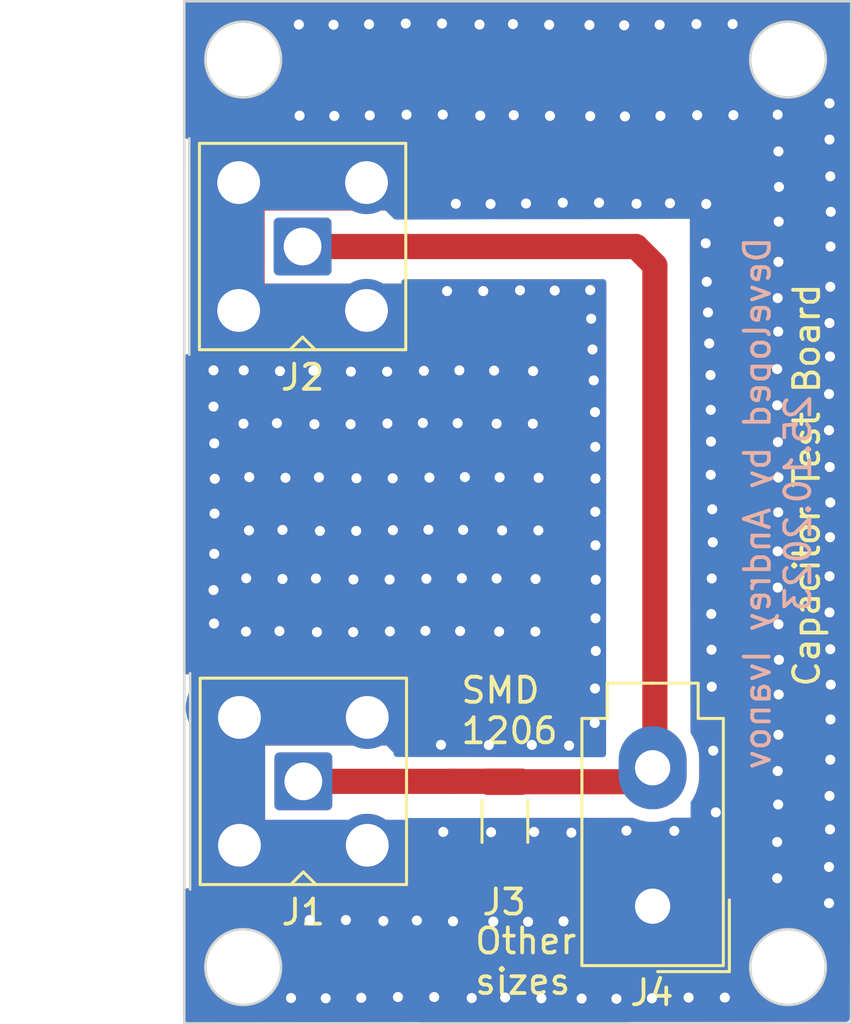
<source format=kicad_pcb>
(kicad_pcb (version 20221018) (generator pcbnew)
  (layers (0 "F.Cu" signal) (31 "B.Cu" signal) (34 "B.Paste" user) (35 "F.Paste" user) (36 "B.SilkS" user "B.Silkscreen") (37 "F.SilkS" user "F.Silkscreen") (38 "B.Mask" user) (39 "F.Mask" user) (44 "Edge.Cuts" user))
  (net 0 "")
  (net 1 "Net-(J1-Pin_1)")
  (net 2 "GND")
  (footprint "Connector_Coaxial:SMA_Amphenol_901-143_Horizontal" (layer "F.Cu") (at 117.62 68.43 90)
    (fp_text reference "J2" (at -5.2 0) (layer "F.SilkS"))
    (fp_text value "Conn_01x02_Pin")
    (fp_line (start -4.1 -4.1) (end -4.1 4.1) (stroke (width 0.12)) (layer "F.SilkS"))
    (fp_line (start -4.1 -4.1) (end 4.1 -4.1) (stroke (width 0.12)) (layer "F.SilkS"))
    (fp_line (start -4.1 0.5) (end -3.6 0) (stroke (width 0.12)) (layer "F.SilkS"))
    (fp_line (start -4.1 4.1) (end 4.1 4.1) (stroke (width 0.12)) (layer "F.SilkS"))
    (fp_line (start -3.6 0) (end -4.1 -0.5) (stroke (width 0.12)) (layer "F.SilkS"))
    (fp_line (start 4.1 -4.1) (end 4.1 4.1) (stroke (width 0.12)) (layer "F.SilkS"))
    (fp_line (start 4.3 -4.5) (end -4.3 -4.5) (stroke (width 0.1)) (layer "Edge.Cuts"))
    (pad "1" thru_hole roundrect (at 0 0 90) (size 2.3 2.3) (drill 1.5) (layers "*.Cu" "*.Mask") (roundrect_rratio 0.087) (net 1 "Net-(J1-Pin_1)"))
    (pad "2" thru_hole circle (at -2.54 -2.54 90) (size 2.5 2.5) (drill 1.7) (layers "*.Cu" "*.Mask") (net 2 "GND"))
    (pad "2" thru_hole circle (at -2.54 2.54 90) (size 2.5 2.5) (drill 1.7) (layers "*.Cu" "*.Mask") (net 2 "GND"))
    (pad "2" thru_hole circle (at 2.54 -2.54 90) (size 2.5 2.5) (drill 1.7) (layers "*.Cu" "*.Mask") (net 2 "GND"))
    (pad "2" thru_hole circle (at 2.54 2.54 90) (size 2.5 2.5) (drill 1.7) (layers "*.Cu" "*.Mask") (net 2 "GND"))
  )
  (footprint "Connector_Coaxial:SMA_Amphenol_901-143_Horizontal" (layer "F.Cu") (at 117.65 89.68 90)
    (fp_text reference "J1" (at -5.2 0) (layer "F.SilkS"))
    (fp_text value "Conn_01x02_Pin")
    (fp_line (start -4.1 -4.1) (end -4.1 4.1) (stroke (width 0.12)) (layer "F.SilkS"))
    (fp_line (start -4.1 -4.1) (end 4.1 -4.1) (stroke (width 0.12)) (layer "F.SilkS"))
    (fp_line (start -4.1 0.5) (end -3.6 0) (stroke (width 0.12)) (layer "F.SilkS"))
    (fp_line (start -4.1 4.1) (end 4.1 4.1) (stroke (width 0.12)) (layer "F.SilkS"))
    (fp_line (start -3.6 0) (end -4.1 -0.5) (stroke (width 0.12)) (layer "F.SilkS"))
    (fp_line (start 4.1 -4.1) (end 4.1 4.1) (stroke (width 0.12)) (layer "F.SilkS"))
    (fp_line (start 4.3 -4.5) (end -4.3 -4.5) (stroke (width 0.1)) (layer "Edge.Cuts"))
    (pad "1" thru_hole roundrect (at 0 0 90) (size 2.3 2.3) (drill 1.5) (layers "*.Cu" "*.Mask") (roundrect_rratio 0.087) (net 1 "Net-(J1-Pin_1)"))
    (pad "2" thru_hole circle (at -2.54 -2.54 90) (size 2.5 2.5) (drill 1.7) (layers "*.Cu" "*.Mask") (net 2 "GND"))
    (pad "2" thru_hole circle (at -2.54 2.54 90) (size 2.5 2.5) (drill 1.7) (layers "*.Cu" "*.Mask") (net 2 "GND"))
    (pad "2" thru_hole circle (at 2.54 -2.54 90) (size 2.5 2.5) (drill 1.7) (layers "*.Cu" "*.Mask") (net 2 "GND"))
    (pad "2" thru_hole circle (at 2.54 2.54 90) (size 2.5 2.5) (drill 1.7) (layers "*.Cu" "*.Mask") (net 2 "GND"))
  )
  (footprint "Connector_Molex:Molex_Mini-Fit_Jr_5566-02A_2x01_P4.20mm_Vertical" (layer "F.Cu") (at 131.53 94.64 180)
    (fp_text reference "J4" (at 0.03 -3.44) (layer "F.SilkS"))
    (fp_text value "Conn_01x02_Pin")
    (fp_line (start -3.05 -2.6) (end -3.05 0.25) (stroke (width 0.12)) (layer "F.SilkS"))
    (fp_line (start -2.81 -2.36) (end -2.81 7.46) (stroke (width 0.12)) (layer "F.SilkS"))
    (fp_line (start -2.81 7.46) (end -1.81 7.46) (stroke (width 0.12)) (layer "F.SilkS"))
    (fp_line (start -1.81 7.46) (end -1.81 8.86) (stroke (width 0.12)) (layer "F.SilkS"))
    (fp_line (start -1.81 8.86) (end 0 8.86) (stroke (width 0.12)) (layer "F.SilkS"))
    (fp_line (start -0.2 -2.6) (end -3.05 -2.6) (stroke (width 0.12)) (layer "F.SilkS"))
    (fp_line (start 0 -2.36) (end -2.81 -2.36) (stroke (width 0.12)) (layer "F.SilkS"))
    (fp_line (start 0 -2.36) (end 2.81 -2.36) (stroke (width 0.12)) (layer "F.SilkS"))
    (fp_line (start 1.81 7.46) (end 1.81 8.86) (stroke (width 0.12)) (layer "F.SilkS"))
    (fp_line (start 1.81 8.86) (end 0 8.86) (stroke (width 0.12)) (layer "F.SilkS"))
    (fp_line (start 2.81 -2.36) (end 2.81 7.46) (stroke (width 0.12)) (layer "F.SilkS"))
    (fp_line (start 2.81 7.46) (end 1.81 7.46) (stroke (width 0.12)) (layer "F.SilkS"))
    (pad "1" thru_hole roundrect (at 0 0 180) (size 2.7 3.3) (drill 1.4) (layers "*.Cu" "*.Mask") (roundrect_rratio 0.09259296296) (net 2 "GND"))
    (pad "2" thru_hole oval (at 0 5.5 180) (size 2.7 3.3) (drill 1.4) (layers "*.Cu" "*.Mask") (net 1 "Net-(J1-Pin_1)"))
  )
  (footprint "Inductor_SMD:L_1206_3216Metric" (layer "F.Cu") (at 125.66 91.27 90)
    (fp_text reference "J3" (at -3.21 -0.03) (layer "F.SilkS"))
    (fp_text value "Conn_01x02_Pin")
    (fp_line (start -0.835242 -0.91) (end 0.835242 -0.91) (stroke (width 0.12)) (layer "F.SilkS"))
    (fp_line (start -0.835242 0.91) (end 0.835242 0.91) (stroke (width 0.12)) (layer "F.SilkS"))
    (pad "1" smd roundrect (at -1.575 0 90) (size 1.05 1.9) (layers "F.Cu" "F.Paste" "F.Mask") (roundrect_rratio 0.2380952381) (net 2 "GND"))
    (pad "2" smd roundrect (at 1.575 0 90) (size 1.05 1.9) (layers "F.Cu" "F.Paste" "F.Mask") (roundrect_rratio 0.2380952381) (net 1 "Net-(J1-Pin_1)"))
  )
  (gr_circle (center 115.26 97.06) (end 116.54 97.85) (stroke (width 0.1)) (fill none) (layer "Edge.Cuts"))
  (gr_circle (center 136.91 97.06) (end 138.19 97.85) (stroke (width 0.1)) (fill none) (layer "Edge.Cuts"))
  (gr_circle (center 136.91 61) (end 138.19 61.79) (stroke (width 0.1)) (fill none) (layer "Edge.Cuts"))
  (gr_rect (start 112.92 60.605) (end 112.92 95.675) (stroke (width 0.1)) (fill none) (layer "Edge.Cuts"))
  (gr_circle (center 115.26 61) (end 116.54 61.79) (stroke (width 0.1)) (fill none) (layer "Edge.Cuts"))
  (gr_rect (start 112.92 58.685) (end 139.42 99.295) (stroke (width 0.1)) (fill none) (layer "Edge.Cuts"))
  (gr_text "Developed by Andrey Ivanov\n25.10.2023" (at 137.89 78.63 90) (layer "B.SilkS") (effects (font (size 1 1)) (justify bottom mirror)))
  (gr_text "Other \nsizes" (at 124.39 98.22) (layer "F.SilkS") (effects (font (size 1 1)) (justify left bottom)))
  (gr_text "Capacitor Test Board" (at 138.24 86.01 90) (layer "F.SilkS") (effects (font (size 1 1)) (justify left bottom)))
  (gr_text "SMD \n1206" (at 123.84 88.26) (layer "F.SilkS") (effects (font (size 1 1)) (justify left bottom)))
  (segment (start 123.47 89.68) (end 117.65 89.68) (width 1) (layer "F.Cu") (net 1))
  (segment (start 131.615 89.695) (end 131.62 89.69) (width 1) (layer "F.Cu") (net 1))
  (segment (start 131.62 89.69) (end 131.62 69.18) (width 1) (layer "F.Cu") (net 1))
  (segment (start 125.66 89.695) (end 131.615 89.695) (width 1) (layer "F.Cu") (net 1))
  (segment (start 126.21 89.68) (end 123.47 89.68) (width 1) (layer "F.Cu") (net 1))
  (segment (start 123.47 89.68) (end 125.645 89.68) (width 1) (layer "F.Cu") (net 1))
  (segment (start 130.87 68.43) (end 117.62 68.43) (width 1) (layer "F.Cu") (net 1))
  (segment (start 131.62 69.18) (end 130.87 68.43) (width 1) (layer "F.Cu") (net 1))
  (segment (start 125.645 89.68) (end 125.66 89.695) (width 1) (layer "F.Cu") (net 1))
  (segment (start 114.53 92.82) (end 114.47 92.88) (width 2) (layer "F.Cu") (net 2))
  (segment (start 115.47 65.5) (end 115.08 65.89) (width 3) (layer "F.Cu") (net 2))
  (segment (start 115.11 87.14) (end 120.19 87.14) (width 0.25) (layer "F.Cu") (net 2))
  (segment (start 122 86.76) (end 122.31 86.76) (width 3) (layer "F.Cu") (net 2))
  (segment (start 121.58 65.5) (end 115.47 65.5) (width 3) (layer "F.Cu") (net 2))
  (segment (start 115.08 65.89) (end 115.08 70.97) (width 0.25) (layer "F.Cu") (net 2))
  (segment (start 121.76 71.4) (end 114.62 71.4) (width 3) (layer "F.Cu") (net 2))
  (segment (start 115.11 92.22) (end 120.19 92.22) (width 0.25) (layer "F.Cu") (net 2))
  (segment (start 115.11 71) (end 115.08 70.97) (width 0.25) (layer "F.Cu") (net 2))
  (segment (start 115.11 87.14) (end 115.11 92.22) (width 0.25) (layer "F.Cu") (net 2))
  (segment (start 133.32 93.88) (end 131.93 95.27) (width 1) (layer "F.Cu") (net 2))
  (segment (start 115.08 70.97) (end 120.16 70.97) (width 0.25) (layer "F.Cu") (net 2))
  (segment (start 122.64 95.26) (end 130.125 95.26) (width 8) (layer "F.Cu") (net 2))
  (segment (start 124.63 92.71) (end 114.83 92.71) (width 3) (layer "F.Cu") (net 2))
  (segment (start 127.18 95.26) (end 124.63 92.71) (width 3) (layer "F.Cu") (net 2))
  (segment (start 115.11 87.14) (end 115.11 71) (width 0.25) (layer "F.Cu") (net 2))
  (segment (start 122.31 86.76) (end 114.86 86.76) (width 3) (layer "F.Cu") (net 2))
  (segment (start 114.61 64.695) (end 114.61 82.165) (width 3) (layer "F.Cu") (net 2))
  (segment (start 115.08 65.89) (end 120.16 65.89) (width 0.25) (layer "F.Cu") (net 2))
  (segment (start 114.63 75.18) (end 114.63 92.65) (width 3) (layer "F.Cu") (net 2))
  (segment (start 114.86 86.76) (end 114.8 86.82) (width 2) (layer "F.Cu") (net 2))
  (via (at 133.87 84.45) (size 0.8) (drill 0.4) (layers "F.Cu" "B.Cu") (net 2))
  (via (at 116.7 83.71) (size 0.8) (drill 0.4) (layers "F.Cu" "B.Cu") (net 2))
  (via (at 129.05 70.16) (size 0.8) (drill 0.4) (layers "F.Cu" "B.Cu") (net 2))
  (via (at 124.34 98.29) (size 0.8) (drill 0.4) (layers "F.Cu" "B.Cu") (net 2))
  (via (at 126.5 66.72) (size 0.8) (drill 0.4) (layers "F.Cu" "B.Cu") (net 2))
  (via (at 129.26 83.2) (size 0.8) (drill 0.4) (layers "F.Cu" "B.Cu") (net 2))
  (via (at 136.48 92.09) (size 0.8) (drill 0.4) (layers "F.Cu" "B.Cu") (net 2))
  (via (at 119.63 83.75) (size 0.8) (drill 0.4) (layers "F.Cu" "B.Cu") (net 2))
  (via (at 123.95 81.61) (size 0.8) (drill 0.4) (layers "F.Cu" "B.Cu") (net 2))
  (via (at 122.62 79.68) (size 0.8) (drill 0.4) (layers "F.Cu" "B.Cu") (net 2))
  (via (at 136.48 93.53) (size 0.8) (drill 0.4) (layers "F.Cu" "B.Cu") (net 2))
  (via (at 116.94 77.62) (size 0.8) (drill 0.4) (layers "F.Cu" "B.Cu") (net 2))
  (via (at 119.34 95.19) (size 0.8) (drill 0.4) (layers "F.Cu" "B.Cu") (net 2))
  (via (at 133.78 72.28) (size 0.8) (drill 0.4) (layers "F.Cu" "B.Cu") (net 2))
  (via (at 138.57 77.19) (size 0.8) (drill 0.4) (layers "F.Cu" "B.Cu") (net 2))
  (via (at 114.12 79.04) (size 0.8) (drill 0.4) (layers "F.Cu" "B.Cu") (net 2))
  (via (at 125.98 59.59) (size 0.8) (drill 0.4) (layers "F.Cu" "B.Cu") (net 2))
  (via (at 115.28 73.35) (size 0.8) (drill 0.4) (layers "F.Cu" "B.Cu") (net 2))
  (via (at 132.39 91.65) (size 0.8) (drill 0.4) (layers "F.Cu" "B.Cu") (net 2))
  (via (at 136.5 81.98) (size 0.8) (drill 0.4) (layers "F.Cu" "B.Cu") (net 2))
  (via (at 125.02 88.24) (size 0.8) (drill 0.4) (layers "F.Cu" "B.Cu") (net 2))
  (via (at 123.71 66.73) (size 0.8) (drill 0.4) (layers "F.Cu" "B.Cu") (net 2))
  (via (at 127.11 98.3) (size 0.8) (drill 0.4) (layers "F.Cu" "B.Cu") (net 2))
  (via (at 125.33 75.47) (size 0.8) (drill 0.4) (layers "F.Cu" "B.Cu") (net 2))
  (via (at 133.73 71.05) (size 0.8) (drill 0.4) (layers "F.Cu" "B.Cu") (net 2))
  (via (at 126.99 79.71) (size 0.8) (drill 0.4) (layers "F.Cu" "B.Cu") (net 2))
  (via (at 129.24 75.01) (size 0.8) (drill 0.4) (layers "F.Cu" "B.Cu") (net 2))
  (via (at 123.85 73.35) (size 0.8) (drill 0.4) (layers "F.Cu" "B.Cu") (net 2))
  (via (at 127.96 66.69) (size 0.8) (drill 0.4) (layers "F.Cu" "B.Cu") (net 2))
  (via (at 136.48 73.3) (size 0.8) (drill 0.4) (layers "F.Cu" "B.Cu") (net 2))
  (via (at 136.53 77.61) (size 0.8) (drill 0.4) (layers "F.Cu" "B.Cu") (net 2))
  (via (at 118.54 98.3) (size 0.8) (drill 0.4) (layers "F.Cu" "B.Cu") (net 2))
  (via (at 124.68 63.23) (size 0.8) (drill 0.4) (layers "F.Cu" "B.Cu") (net 2))
  (via (at 122.4 75.44) (size 0.8) (drill 0.4) (layers "F.Cu" "B.Cu") (net 2))
  (via (at 126.26 70.17) (size 0.8) (drill 0.4) (layers "F.Cu" "B.Cu") (net 2))
  (via (at 136.55 84.85) (size 0.8) (drill 0.4) (layers "F.Cu" "B.Cu") (net 2))
  (via (at 129.02 59.63) (size 0.8) (drill 0.4) (layers "F.Cu" "B.Cu") (net 2))
  (via (at 115.38 81.61) (size 0.8) (drill 0.4) (layers "F.Cu" "B.Cu") (net 2))
  (via (at 120.29 63.22) (size 0.8) (drill 0.4) (layers "F.Cu" "B.Cu") (net 2))
  (via (at 122.66 77.61) (size 0.8) (drill 0.4) (layers "F.Cu" "B.Cu") (net 2))
  (via (at 114.11 76.25) (size 0.8) (drill 0.4) (layers "F.Cu" "B.Cu") (net 2))
  (via (at 133.27 59.59) (size 0.8) (drill 0.4) (layers "F.Cu" "B.Cu") (net 2))
  (via (at 127.99 95.24) (size 0.8) (drill 0.4) (layers "F.Cu" "B.Cu") (net 2))
  (via (at 125.09 66.74) (size 0.8) (drill 0.4) (layers "F.Cu" "B.Cu") (net 2))
  (via (at 126.87 83.73) (size 0.8) (drill 0.4) (layers "F.Cu" "B.Cu") (net 2))
  (via (at 138.54 74.29) (size 0.8) (drill 0.4) (layers "F.Cu" "B.Cu") (net 2))
  (via (at 132.96 98.27) (size 0.8) (drill 0.4) (layers "F.Cu" "B.Cu") (net 2))
  (via (at 114.08 74.79) (size 0.8) (drill 0.4) (layers "F.Cu" "B.Cu") (net 2))
  (via (at 138.59 65.64) (size 0.8) (drill 0.4) (layers "F.Cu" "B.Cu") (net 2))
  (via (at 121.41 98.25) (size 0.8) (drill 0.4) (layers "F.Cu" "B.Cu") (net 2))
  (via (at 133.3 63.21) (size 0.8) (drill 0.4) (layers "F.Cu" "B.Cu") (net 2))
  (via (at 138.6 87.22) (size 0.8) (drill 0.4) (layers "F.Cu" "B.Cu") (net 2))
  (via (at 123.78 75.45) (size 0.8) (drill 0.4) (layers "F.Cu" "B.Cu") (net 2))
  (via (at 133.84 77.5) (size 0.8) (drill 0.4) (layers "F.Cu" "B.Cu") (net 2))
  (via (at 130.43 63.26) (size 0.8) (drill 0.4) (layers "F.Cu" "B.Cu") (net 2))
  (via (at 133.83 73.54) (size 0.8) (drill 0.4) (layers "F.Cu" "B.Cu") (net 2))
  (via (at 133.86 83.03) (size 0.8) (drill 0.4) (layers "F.Cu" "B.Cu") (net 2))
  (via (at 125.33 81.62) (size 0.8) (drill 0.4) (layers "F.Cu" "B.Cu") (net 2))
  (via (at 133.85 76.18) (size 0.8) (drill 0.4) (layers "F.Cu" "B.Cu") (net 2))
  (via (at 136.5 63.19) (size 0.8) (drill 0.4) (layers "F.Cu" "B.Cu") (net 2))
  (via (at 120.99 75.46) (size 0.8) (drill 0.4) (layers "F.Cu" "B.Cu") (net 2))
  (via (at 118.85 59.62) (size 0.8) (drill 0.4) (layers "F.Cu" "B.Cu") (net 2))
  (via (at 119.95 98.28) (size 0.8) (drill 0.4) (layers "F.Cu" "B.Cu") (net 2))
  (via (at 116.6 75.45) (size 0.8) (drill 0.4) (layers "F.Cu" "B.Cu") (net 2))
  (via (at 115.37 83.73) (size 0.8) (drill 0.4) (layers "F.Cu" "B.Cu") (net 2))
  (via (at 126.01 63.21) (size 0.8) (drill 0.4) (layers "F.Cu" "B.Cu") (net 2))
  (via (at 115.5 77.59) (size 0.8) (drill 0.4) (layers "F.Cu" "B.Cu") (net 2))
  (via (at 136.53 87.83) (size 0.8) (drill 0.4) (layers "F.Cu" "B.Cu") (net 2))
  (via (at 127.45 63.24) (size 0.8) (drill 0.4) (layers "F.Cu" "B.Cu") (net 2))
  (via (at 134.04 90.91) (size 0.8) (drill 0.4) (layers "F.Cu" "B.Cu") (net 2))
  (via (at 119.76 77.64) (size 0.8) (drill 0.4) (layers "F.Cu" "B.Cu") (net 2))
  (via (at 125.2 95.25) (size 0.8) (drill 0.4) (layers "F.Cu" "B.Cu") (net 2))
  (via (at 138.61 67.05) (size 0.8) (drill 0.4) (layers "F.Cu" "B.Cu") (net 2))
  (via (at 130.09 98.32) (size 0.8) (drill 0.4) (layers "F.Cu" "B.Cu") (net 2))
  (via (at 120.98 73.4) (size 0.8) (drill 0.4) (layers "F.Cu" "B.Cu") (net 2))
  (via (at 117.16 98.29) (size 0.8) (drill 0.4) (layers "F.Cu" "B.Cu") (net 2))
  (via (at 121.21 79.7) (size 0.8) (drill 0.4) (layers "F.Cu" "B.Cu") (net 2))
  (via (at 120.26 59.6) (size 0.8) (drill 0.4) (layers "F.Cu" "B.Cu") (net 2))
  (via (at 132.22 66.71) (size 0.8) (drill 0.4) (layers "F.Cu" "B.Cu") (net 2))
  (via (at 124.07 77.59) (size 0.8) (drill 0.4) (layers "F.Cu" "B.Cu") (net 2))
  (via (at 123.19 63.19) (size 0.8) (drill 0.4) (layers "F.Cu" "B.Cu") (net 2))
  (via (at 136.52 90.6) (size 0.8) (drill 0.4) (layers "F.Cu" "B.Cu") (net 2))
  (via (at 123.21 91.69) (size 0.8) (drill 0.4) (layers "F.Cu" "B.Cu") (net 2))
  (via (at 138.58 91.59) (size 0.8) (drill 0.4) (layers "F.Cu" "B.Cu") (net 2))
  (via (at 138.54 75.73) (size 0.8) (drill 0.4) (layers "F.Cu" "B.Cu") (net 2))
  (via (at 123.12 88.23) (size 0.8) (drill 0.4) (layers "F.Cu" "B.Cu") (net 2))
  (via (at 136.54 67.44) (size 0.8) (drill 0.4) (layers "F.Cu" "B.Cu") (net 2))
  (via (at 134.71 59.59) (size 0.8) (drill 0.4) (layers "F.Cu" "B.Cu") (net 2))
  (via (at 133.94 88.46) (size 0.8) (drill 0.4) (layers "F.Cu" "B.Cu") (net 2))
  (via (at 117.47 59.61) (size 0.8) (drill 0.4) (layers "F.Cu" "B.Cu") (net 2))
  (via (at 118.19 83.75) (size 0.8) (drill 0.4) (layers "F.Cu" "B.Cu") (net 2))
  (via (at 131.84 63.24) (size 0.8) (drill 0.4) (layers "F.Cu" "B.Cu") (net 2))
  (via (at 136.53 69.04) (size 0.8) (drill 0.4) (layers "F.Cu" "B.Cu") (net 2))
  (via (at 115.49 79.71) (size 0.8) (drill 0.4) (layers "F.Cu" "B.Cu") (net 2))
  (via (at 133.66 66.74) (size 0.8) (drill 0.4) (layers "F.Cu" "B.Cu") (net 2))
  (via (at 129.26 77.65) (size 0.8) (drill 0.4) (layers "F.Cu" "B.Cu") (net 2))
  (via (at 122.44 73.37) (size 0.8) (drill 0.4) (layers "F.Cu" "B.Cu") (net 2))
  (via (at 133.9 78.87) (size 0.8) (drill 0.4) (layers "F.Cu" "B.Cu") (net 2))
  (via (at 114.08 73.35) (size 0.8) (drill 0.4) (layers "F.Cu" "B.Cu") (net 2))
  (via (at 118.27 77.6) (size 0.8) (drill 0.4) (layers "F.Cu" "B.Cu") (net 2))
  (via (at 138.54 94.52) (size 0.8) (drill 0.4) (layers "F.Cu" "B.Cu") (net 2))
  (via (at 120.83 95.23) (size 0.8) (drill 0.4) (layers "F.Cu" "B.Cu") (net 2))
  (via (at 134.74 63.21) (size 0.8) (drill 0.4) (layers "F.Cu" "B.Cu") (net 2))
  (via (at 129.25 76.39) (size 0.8) (drill 0.4) (layers "F.Cu" "B.Cu") (net 2))
  (via (at 133.84 74.92) (size 0.8) (drill 0.4) (layers "F.Cu" "B.Cu") (net 2))
  (via (at 122.54 81.63) (size 0.8) (drill 0.4) (layers "F.Cu" "B.Cu") (net 2))
  (via (at 125.55 79.71) (size 0.8) (drill 0.4) (layers "F.Cu" "B.Cu") (net 2))
  (via (at 136.54 86.23) (size 0.8) (drill 0.4) (layers "F.Cu" "B.Cu") (net 2))
  (via (at 133.92 80.18) (size 0.8) (drill 0.4) (layers "F.Cu" "B.Cu") (net 2))
  (via (at 136.52 71.81) (size 0.8) (drill 0.4) (layers "F.Cu" "B.Cu") (net 2))
  (via (at 123.88 83.71) (size 0.8) (drill 0.4) (layers "F.Cu" "B.Cu") (net 2))
  (via (at 133.64 68.3) (size 0.8) (drill 0.4) (layers "F.Cu" "B.Cu") (net 2))
  (via (at 124 79.69) (size 0.8) (drill 0.4) (layers "F.Cu" "B.Cu") (net 2))
  (via (at 121.08 81.66) (size 0.8) (drill 0.4) (layers "F.Cu" "B.Cu") (net 2))
  (via (at 123.6 95.24) (size 0.8) (drill 0.4) (layers "F.Cu" "B.Cu") (net 2))
  (via (at 118.05 73.36) (size 0.8) (drill 0.4) (layers "F.Cu" "B.Cu") (net 2))
  (via (at 138.61 85.84) (size 0.8) (drill 0.4) (layers "F.Cu" "B.Cu") (net 2))
  (via (at 138.56 71.47) (size 0.8) (drill 0.4) (layers "F.Cu" "B.Cu") (net 2))
  (via (at 119.53 75.49) (size 0.8) (drill 0.4) (layers "F.Cu" "B.Cu") (net 2))
  (via (at 136.53 83.44) (size 0.8) (drill 0.4) (layers "F.Cu" "B.Cu") (net 2))
  (via (at 138.56 81.53) (size 0.8) (drill 0.4) (layers "F.Cu" "B.Cu") (net 2))
  (via (at 118.31 79.73) (size 0.8) (drill 0.4) (layers "F.Cu" "B.Cu") (net 2))
  (via (at 138.59 88.82) (size 0.8) (drill 0.4) (layers "F.Cu" "B.Cu") (net 2))
  (via (at 126.77 75.47) (size 0.8) (drill 0.4) (layers "F.Cu" "B.Cu") (net 2))
  (via (at 129.19 73.75) (size 0.8) (drill 0.4) (layers "F.Cu" "B.Cu") (net 2))
  (via (at 129.09 71.3) (size 0.8) (drill 0.4) (layers "F.Cu" "B.Cu") (net 2))
  (via (at 129.14 72.52) (size 0.8) (drill 0.4) (layers "F.Cu" "B.Cu") (net 2))
  (via (at 114.1 83.41) (size 0.8) (drill 0.4) (layers "F.Cu" "B.Cu") (net 2))
  (via (at 130.4 59.64) (size 0.8) (drill 0.4) (layers "F.Cu" "B.Cu") (net 2))
  (via (at 138.59 84.43) (size 0.8) (drill 0.4) (layers "F.Cu" "B.Cu") (net 2))
  (via (at 136.48 74.74) (size 0.8) (drill 0.4) (layers "F.Cu" "B.Cu") (net 2))
  (via (at 117.5 63.23) (size 0.8) (drill 0.4) (layers "F.Cu" "B.Cu") (net 2))
  (via (at 138.59 78.6) (size 0.8) (drill 0.4) (layers "F.Cu" "B.Cu") (net 2))
  (via (at 138.58 72.8) (size 0.8) (drill 0.4) (layers "F.Cu" "B.Cu") (net 2))
  (via (at 138.56 82.97) (size 0.8) (drill 0.4) (layers "F.Cu" "B.Cu") (net 2))
  (via (at 119.75 79.73) (size 0.8) (drill 0.4) (layers "F.Cu" "B.Cu") (net 2))
  (via (at 122.5 83.7) (size 0.8) (drill 0.4) (layers "F.Cu" "B.Cu") (net 2))
  (via (at 136.52 78.99) (size 0.8) (drill 0.4) (layers "F.Cu" "B.Cu") (net 2))
  (via (at 116.82 81.64) (size 0.8) (drill 0.4) (layers "F.Cu" "B.Cu") (net 2))
  (via (at 125.67 98.27) (size 0.8) (drill 0.4) (layers "F.Cu" "B.Cu") (net 2))
  (via (at 136.55 66.06) (size 0.8) (drill 0.4) (layers "F.Cu" "B.Cu") (net 2))
  (via (at 129.26 80.3) (size 0.8) (drill 0.4) (layers "F.Cu" "B.Cu") (net 2))
  (via (at 129.05 63.25) (size 0.8) (drill 0.4) (layers "F.Cu" "B.Cu") (net 2))
  (via (at 136.5 80.54) (size 0.8) (drill 0.4) (layers "F.Cu" "B.Cu") (net 2))
  (via (at 126.78 73.38) (size 0.8) (drill 0.4) (layers "F.Cu" "B.Cu") (net 2))
  (via (at 136.5 70.48) (size 0.8) (drill 0.4) (layers "F.Cu" "B.Cu") (net 2))
  (via (at 128.71 98.31) (size 0.8) (drill 0.4) (layers "F.Cu" "B.Cu") (net 2))
  (via (at 116.82 79.69) (size 0.8) (drill 0.4) (layers "F.Cu" "B.Cu") (net 2))
  (via (at 130.49 91.64) (size 0.8) (drill 0.4) (layers "F.Cu" "B.Cu") (net 2))
  (via (at 125.45 77.6) (size 0.8) (drill 0.4) (layers "F.Cu" "B.Cu") (net 2))
  (via (at 126.73 88.23) (size 0.8) (drill 0.4) (layers "F.Cu" "B.Cu") (net 2))
  (via (at 118.15 81.62) (size 0.8) (drill 0.4) (layers "F.Cu" "B.Cu") (net 2))
  (via (at 114.08 82.08) (size 0.8) (drill 0.4) (layers "F.Cu" "B.Cu") (net 2))
  (via (at 138.58 79.98) (size 0.8) (drill 0.4) (layers "F.Cu" "B.Cu") (net 2))
  (via (at 114.13 77.66) (size 0.8) (drill 0.4) (layers "F.Cu" "B.Cu") (net 2))
  (via (at 129.27 84.5) (size 0.8) (drill 0.4) (layers "F.Cu" "B.Cu") (net 2))
  (via (at 126.88 81.64) (size 0.8) (drill 0.4) (layers "F.Cu" "B.Cu") (net 2))
  (via (at 124.8 70.2) (size 0.8) (drill 0.4) (layers "F.Cu" "B.Cu") (net 2))
  (via (at 129.24 85.99) (size 0.8) (drill 0.4) (layers "F.Cu" "B.Cu") (net 2))
  (via (at 129.23 87.36) (size 0.8) (drill 0.4) (layers "F.Cu" "B.Cu") (net 2))
  (via (at 119.64 81.66) (size 0.8) (drill 0.4) (layers "F.Cu" "B.Cu") (net 2))
  (via (at 138.56 62.74) (size 0.8) (drill 0.4) (layers "F.Cu" "B.Cu") (net 2))
  (via (at 133.88 81.62) (size 0.8) (drill 0.4) (layers "F.Cu" "B.Cu") (net 2))
  (via (at 125.43 83.73) (size 0.8) (drill 0.4) (layers "F.Cu" "B.Cu") (net 2))
  (via (at 119.54 73.4) (size 0.8) (drill 0.4) (layers "F.Cu" "B.Cu") (net 2))
  (via (at 131.5 98.3) (size 0.8) (drill 0.4) (layers "F.Cu" "B.Cu") (net 2))
  (via (at 136.53 64.65) (size 0.8) (drill 0.4) (layers "F.Cu" "B.Cu") (net 2))
  (via (at 114.11 80.64) (size 0.8) (drill 0.4) (layers "F.Cu" "B.Cu") (net 2))
  (via (at 129.27 81.67) (size 0.8) (drill 0.4) (layers "F.Cu" "B.Cu") (net 2))
  (via (at 138.59 70.03) (size 0.8) (drill 0.4) (layers "F.Cu" "B.Cu") (net 2))
  (via (at 124.65 59.61) (size 0.8) (drill 0.4) (layers "F.Cu" "B.Cu") (net 2))
  (via (at 138.6 68.43) (size 0.8) (drill 0.4) (layers "F.Cu" "B.Cu") (net 2))
  (via (at 131.81 59.62) (size 0.8) (drill 0.4) (layers "F.Cu" "B.Cu") (net 2))
  (via (at 116.72 73.38) (size 0.8) (drill 0.4) (layers "F.Cu" "B.Cu") (net 2))
  (via (at 125.23 73.36) (size 0.8) (drill 0.4) (layers "F.Cu" "B.Cu") (net 2))
  (via (at 122.85 98.25) (size 0.8) (drill 0.4) (layers "F.Cu" "B.Cu") (net 2))
  (via (at 133.68 69.83) (size 0.8) (drill 0.4) (layers "F.Cu" "B.Cu") (net 2))
  (via (at 129.25 78.97) (size 0.8) (drill 0.4) (layers "F.Cu" "B.Cu") (net 2))
  (via (at 118.09 75.49) (size 0.8) (drill 0.4) (layers "F.Cu" "B.Cu") (net 2))
  (via (at 136.51 76.2) (size 0.8) (drill 0.4) (layers "F.Cu" "B.Cu") (net 2))
  (via (at 123.16 59.57) (size 0.8) (drill 0.4) (layers "F.Cu" "B.Cu") (net 2))
  (via (at 138.56 90.26) (size 0.8) (drill 0.4) (layers "F.Cu" "B.Cu") (net 2))
  (via (at 121.09 83.72) (size 0.8) (drill 0.4) (layers "F.Cu" "B.Cu") (net 2))
  (via (at 134.4 98.27) (size 0.8) (drill 0.4) (layers "F.Cu" "B.Cu") (net 2))
  (via (at 127.64 70.18) (size 0.8) (drill 0.4) (layers "F.Cu" "B.Cu") (net 2))
  (via (at 138.56 64.18) (size 0.8) (drill 0.4) (layers "F.Cu" "B.Cu") (net 2))
  (via (at 121.75 63.19) (size 0.8) (drill 0.4) (layers "F.Cu" "B.Cu") (net 2))
  (via (at 123.36 70.2) (size 0.8) (drill 0.4) (layers "F.Cu" "B.Cu") (net 2))
  (via (at 122.16 95.21) (size 0.8) (drill 0.4) (layers "F.Cu" "B.Cu") (net 2))
  (via (at 129.4 66.69) (size 0.8) (drill 0.4) (layers "F.Cu" "B.Cu") (net 2))
  (via (at 128.3 91.72) (size 0.8) (drill 0.4) (layers "F.Cu" "B.Cu") (net 2))
  (via (at 118.88 63.24) (size 0.8) (drill 0.4) (layers "F.Cu" "B.Cu") (net 2))
  (via (at 133.88 85.92) (size 0.8) (drill 0.4) (layers "F.Cu" "B.Cu") (net 2))
  (via (at 126.58 95.26) (size 0.8) (drill 0.4) (layers "F.Cu" "B.Cu") (net 2))
  (via (at 125.11 91.7) (size 0.8) (drill 0.4) (layers "F.Cu" "B.Cu") (net 2))
  (via (at 138.54 93.08) (size 0.8) (drill 0.4) (layers "F.Cu" "B.Cu") (net 2))
  (via (at 115.27 75.47) (size 0.8) (drill 0.4) (layers "F.Cu" "B.Cu") (net 2))
  (via (at 136.5 89.27) (size 0.8) (drill 0.4) (layers "F.Cu" "B.Cu") (net 2))
  (via (at 128.21 88.26) (size 0.8) (drill 0.4) (layers "F.Cu" "B.Cu") (net 2))
  (via (at 127 77.62) (size 0.8) (drill 0.4) (layers "F.Cu" "B.Cu") (net 2))
  (via (at 121.2 77.64) (size 0.8) (drill 0.4) (layers "F.Cu" "B.Cu") (net 2))
  (via (at 117.9 95.19) (size 0.8) (drill 0.4) (layers "F.Cu" "B.Cu") (net 2))
  (via (at 130.89 66.73) (size 0.8) (drill 0.4) (layers "F.Cu" "B.Cu") (net 2))
  (via (at 127.42 59.62) (size 0.8) (drill 0.4) (layers "F.Cu" "B.Cu") (net 2))
  (via (at 126.82 91.69) (size 0.8) (drill 0.4) (layers "F.Cu" "B.Cu") (net 2))
  (via (at 121.72 59.57) (size 0.8) (drill 0.4) (layers "F.Cu" "B.Cu") (net 2))
  (segment (start 114.63 92.71) (end 121.77 92.71) (width 3) (layer "B.Cu") (net 2))
  (segment (start 122.685 95.27) (end 130.17 95.27) (width 8) (layer "B.Cu") (net 2))
  (segment (start 114.63 86.59) (end 114.63 93.73) (width 3) (layer "B.Cu") (net 2))
  (segment (start 114.48 86.75) (end 121.62 86.75) (width 3) (layer "B.Cu") (net 2))
  (segment (start 114.63 65.48) (end 121.77 65.48) (width 3) (layer "B.Cu") (net 2))
  (segment (start 114.59 71.41) (end 121.73 71.41) (width 3) (layer "B.Cu") (net 2))
  (segment (start 114.58 65.555) (end 114.58 83.025) (width 3) (layer "B.Cu") (net 2))
  (zone (net 2) (net_name "GND") (layers "F&B.Cu") (connect_pads (clearance 0.5)) (min_thickness 0.25) (fill yes (thermal_gap 0.5) (thermal_bridge_width 0.5))
    (polygon (pts (xy 112.92 58.69) (xy 112.82 99.25) (xy 139.36 99.23) (xy 139.45 58.68)))
  )
  (zone (net 0) (net_name "") (layers "F&B.Cu") (connect_pads (clearance 0)) (min_thickness 0.25)
    (keepout (tracks allowed) (vias allowed) (pads allowed) (copperpour not_allowed) (footprints allowed))
    (fill (thermal_gap 0.5) (thermal_bridge_width 0.5))
    (polygon (pts (xy 119.6 67.36) (xy 119.61 69.73) (xy 129.69 69.73) (xy 129.68 88.72) (xy 119.74 88.71) (xy 119.71 91.14) (xy 133.04 91.13) (xy 133.01 67.33)))
  )
)
</source>
